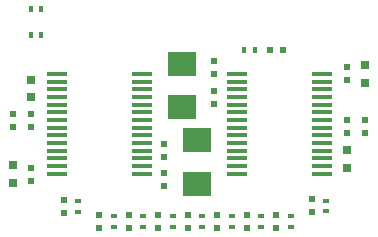
<source format=gtp>
G04 #@! TF.GenerationSoftware,KiCad,Pcbnew,(5.1.5)-3*
G04 #@! TF.CreationDate,2020-03-16T23:26:29+11:00*
G04 #@! TF.ProjectId,din_meter_atm90e26,64696e5f-6d65-4746-9572-5f61746d3930,rev?*
G04 #@! TF.SameCoordinates,Original*
G04 #@! TF.FileFunction,Paste,Top*
G04 #@! TF.FilePolarity,Positive*
%FSLAX46Y46*%
G04 Gerber Fmt 4.6, Leading zero omitted, Abs format (unit mm)*
G04 Created by KiCad (PCBNEW (5.1.5)-3) date 2020-03-16 23:26:29*
%MOMM*%
%LPD*%
G04 APERTURE LIST*
%ADD10R,1.750000X0.450000*%
%ADD11R,0.500000X0.600000*%
%ADD12R,0.400000X0.600000*%
%ADD13R,0.600000X0.400000*%
%ADD14R,2.400000X2.000000*%
%ADD15R,0.600000X0.500000*%
%ADD16R,0.750000X0.800000*%
G04 APERTURE END LIST*
D10*
X149810000Y-73875000D03*
X149810000Y-73225000D03*
X149810000Y-72575000D03*
X149810000Y-71925000D03*
X149810000Y-71275000D03*
X149810000Y-70625000D03*
X149810000Y-69975000D03*
X149810000Y-69325000D03*
X149810000Y-68675000D03*
X149810000Y-68025000D03*
X149810000Y-67375000D03*
X149810000Y-66725000D03*
X149810000Y-66075000D03*
X149810000Y-65425000D03*
X157010000Y-65425000D03*
X157010000Y-66075000D03*
X157010000Y-66725000D03*
X157010000Y-67375000D03*
X157010000Y-68025000D03*
X157010000Y-68675000D03*
X157010000Y-69325000D03*
X157010000Y-69975000D03*
X157010000Y-70625000D03*
X157010000Y-71275000D03*
X157010000Y-71925000D03*
X157010000Y-72575000D03*
X157010000Y-73225000D03*
X157010000Y-73875000D03*
D11*
X143660000Y-72450000D03*
X143660000Y-71350000D03*
D12*
X133260000Y-59950000D03*
X132360000Y-59950000D03*
X133260000Y-62150000D03*
X132360000Y-62150000D03*
D11*
X153160000Y-77350000D03*
X153160000Y-78450000D03*
X156160000Y-77150000D03*
X156160000Y-76050000D03*
X140660000Y-78450000D03*
X140660000Y-77350000D03*
X143160000Y-77350000D03*
X143160000Y-78450000D03*
D13*
X154410000Y-77450000D03*
X154410000Y-78350000D03*
X144410000Y-78350000D03*
X144410000Y-77450000D03*
X157410000Y-76150000D03*
X157410000Y-77050000D03*
X141910000Y-78350000D03*
X141910000Y-77450000D03*
D14*
X145160000Y-68250000D03*
X145160000Y-64550000D03*
X146410000Y-74750000D03*
X146410000Y-71050000D03*
D11*
X150660000Y-78450000D03*
X150660000Y-77350000D03*
X148160000Y-77350000D03*
X148160000Y-78450000D03*
X138160000Y-78450000D03*
X138160000Y-77350000D03*
X135210000Y-76100000D03*
X135210000Y-77200000D03*
D13*
X151910000Y-78350000D03*
X151910000Y-77450000D03*
X149410000Y-78350000D03*
X149410000Y-77450000D03*
X139410000Y-77450000D03*
X139410000Y-78350000D03*
X136410000Y-77100000D03*
X136410000Y-76200000D03*
D15*
X153710000Y-63400000D03*
X152610000Y-63400000D03*
D11*
X145660000Y-77350000D03*
X145660000Y-78450000D03*
D12*
X151360000Y-63400000D03*
X150460000Y-63400000D03*
D13*
X146910000Y-78350000D03*
X146910000Y-77450000D03*
D11*
X159160000Y-70450000D03*
X159160000Y-69350000D03*
X160660000Y-70450000D03*
X160660000Y-69350000D03*
X159160000Y-64850000D03*
X159160000Y-65950000D03*
X143660000Y-74950000D03*
X143660000Y-73850000D03*
D16*
X159160000Y-71900000D03*
X159160000Y-73400000D03*
X160660000Y-66150000D03*
X160660000Y-64650000D03*
D11*
X147910000Y-65450000D03*
X147910000Y-64350000D03*
X147910000Y-67950000D03*
X147910000Y-66850000D03*
X132410000Y-74450000D03*
X132410000Y-73350000D03*
X130910000Y-68850000D03*
X130910000Y-69950000D03*
X132410000Y-68850000D03*
X132410000Y-69950000D03*
D16*
X130910000Y-74650000D03*
X130910000Y-73150000D03*
X132410000Y-67400000D03*
X132410000Y-65900000D03*
D10*
X141760000Y-65425000D03*
X141760000Y-66075000D03*
X141760000Y-66725000D03*
X141760000Y-67375000D03*
X141760000Y-68025000D03*
X141760000Y-68675000D03*
X141760000Y-69325000D03*
X141760000Y-69975000D03*
X141760000Y-70625000D03*
X141760000Y-71275000D03*
X141760000Y-71925000D03*
X141760000Y-72575000D03*
X141760000Y-73225000D03*
X141760000Y-73875000D03*
X134560000Y-73875000D03*
X134560000Y-73225000D03*
X134560000Y-72575000D03*
X134560000Y-71925000D03*
X134560000Y-71275000D03*
X134560000Y-70625000D03*
X134560000Y-69975000D03*
X134560000Y-69325000D03*
X134560000Y-68675000D03*
X134560000Y-68025000D03*
X134560000Y-67375000D03*
X134560000Y-66725000D03*
X134560000Y-66075000D03*
X134560000Y-65425000D03*
M02*

</source>
